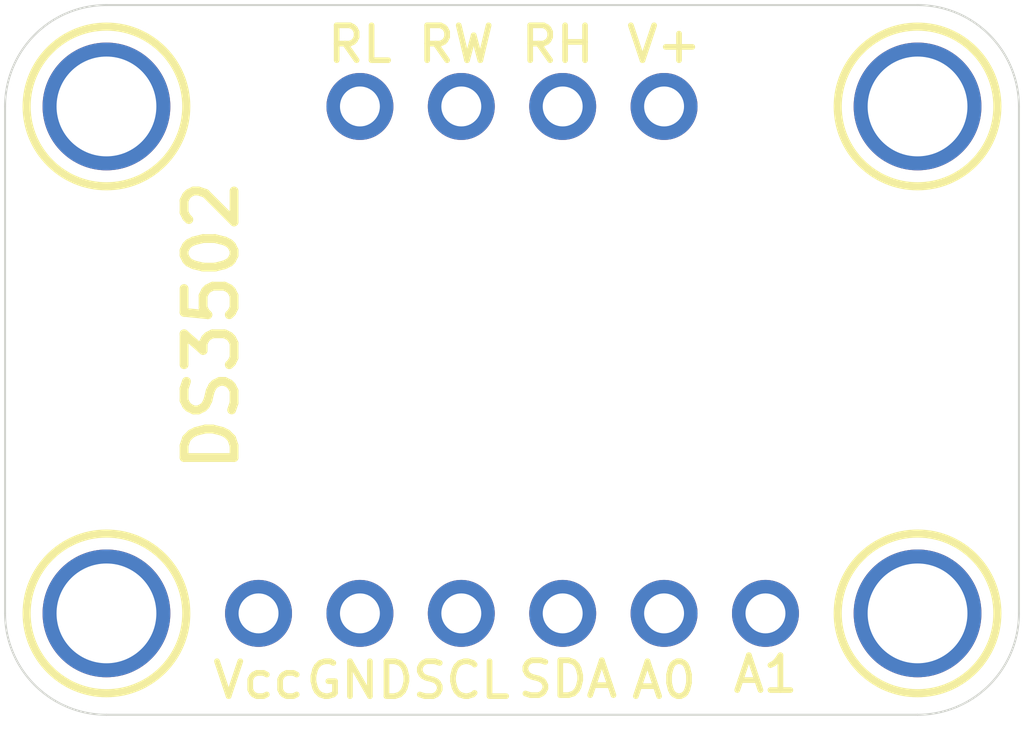
<source format=kicad_pcb>
(kicad_pcb (version 20240108) (generator "pcbnew") (generator_version "8.0")
  (layers (0 "F.Cu" signal) (31 "B.Cu" signal) (34 "B.Paste" user) (35 "F.Paste" user) (36 "B.SilkS" user "B.Silkscreen") (37 "F.SilkS" user "F.Silkscreen") (38 "B.Mask" user) (39 "F.Mask" user) (44 "Edge.Cuts" user))
  (net 0 "")
  (net 1 "V+")
  (net 2 "GND")
  (net 3 "SCL")
  (net 4 "SDA")
  (net 5 "VCC")
  (net 6 "A0")
  (net 7 "A1")
  (net 8 "RH")
  (net 9 "RW")
  (net 10 "RL")
  (footprint "MOUNTINGHOLE_2.5_PLATED" (layer "F.Cu") (at 158.6611 111.3536)
    (property "Reference" "U$7" (hide yes))
    (property "Value" "MOUNTINGHOLE2.5" (hide yes))
    (fp_circle (center 0 0) (end 2 0) (stroke (width 0.2032)) (fill none) (layer "F.SilkS"))
    (pad "P$1" thru_hole circle (at 0 0) (size 3.2 3.2) (drill 2.5) (layers "*.Cu" "*.Mask"))
  )
  (footprint "MOUNTINGHOLE_2.5_PLATED" (layer "F.Cu") (at 138.3411 98.6536)
    (property "Reference" "U$2" (hide yes))
    (property "Value" "MOUNTINGHOLE2.5" (hide yes))
    (fp_circle (center 0 0) (end 2 0) (stroke (width 0.2032)) (fill none) (layer "F.SilkS"))
    (pad "P$1" thru_hole circle (at 0 0) (size 3.2 3.2) (drill 2.5) (layers "*.Cu" "*.Mask"))
  )
  (footprint "1X06_ROUND" (layer "F.Cu") (at 148.5011 111.3536)
    (property "Reference" "JP2" (hide yes))
    (property "Value" "")
    (pad "5" thru_hole circle (at -6.35 0 90) (size 1.6764 1.6764) (drill 1) (layers "*.Cu" "*.Mask") (net 5 "VCC"))
    (pad "6" thru_hole circle (at -3.81 0 90) (size 1.6764 1.6764) (drill 1) (layers "*.Cu" "*.Mask") (net 2 "GND"))
    (pad "7" thru_hole circle (at -1.27 0 90) (size 1.6764 1.6764) (drill 1) (layers "*.Cu" "*.Mask") (net 3 "SCL"))
    (pad "8" thru_hole circle (at 1.27 0 90) (size 1.6764 1.6764) (drill 1) (layers "*.Cu" "*.Mask") (net 4 "SDA"))
    (pad "9" thru_hole circle (at 3.81 0 90) (size 1.6764 1.6764) (drill 1) (layers "*.Cu" "*.Mask") (net 6 "A0"))
    (pad "10" thru_hole circle (at 6.35 0 90) (size 1.6764 1.6764) (drill 1) (layers "*.Cu" "*.Mask") (net 7 "A1"))
  )
  (footprint "MOUNTINGHOLE_2.5_PLATED" (layer "F.Cu") (at 158.6611 98.6536)
    (property "Reference" "U$3" (hide yes))
    (property "Value" "MOUNTINGHOLE2.5" (hide yes))
    (fp_circle (center 0 0) (end 2 0) (stroke (width 0.2032)) (fill none) (layer "F.SilkS"))
    (pad "P$1" thru_hole circle (at 0 0) (size 3.2 3.2) (drill 2.5) (layers "*.Cu" "*.Mask"))
  )
  (footprint "MOUNTINGHOLE_2.5_PLATED" (layer "F.Cu") (at 138.3411 111.3536)
    (property "Reference" "U$6" (hide yes))
    (property "Value" "MOUNTINGHOLE2.5" (hide yes))
    (fp_circle (center 0 0) (end 2 0) (stroke (width 0.2032)) (fill none) (layer "F.SilkS"))
    (pad "P$1" thru_hole circle (at 0 0) (size 3.2 3.2) (drill 2.5) (layers "*.Cu" "*.Mask"))
  )
  (footprint "1X04_ROUND" (layer "F.Cu") (at 148.5011 98.6536)
    (property "Reference" "JP1" (hide yes))
    (property "Value" "" (hide yes))
    (pad "1" thru_hole circle (at -3.81 0 90) (size 1.6764 1.6764) (drill 1) (layers "*.Cu" "*.Mask") (net 10 "RL"))
    (pad "2" thru_hole circle (at -1.27 0 90) (size 1.6764 1.6764) (drill 1) (layers "*.Cu" "*.Mask") (net 9 "RW"))
    (pad "3" thru_hole circle (at 1.27 0 90) (size 1.6764 1.6764) (drill 1) (layers "*.Cu" "*.Mask") (net 8 "RH"))
    (pad "4" thru_hole circle (at 3.81 0 90) (size 1.6764 1.6764) (drill 1) (layers "*.Cu" "*.Mask") (net 1 "V+"))
  )
  (gr_line (start 161.2011 111.3536) (end 161.2011 98.6536) (stroke (width 0.05)) (layer "Edge.Cuts"))
  (gr_arc (start 135.8011 98.6536) (mid 136.545049 96.857549) (end 138.3411 96.1136) (stroke (width 0.05)) (layer "Edge.Cuts"))
  (gr_arc (start 158.6611 96.1136) (mid 160.457151 96.857549) (end 161.2011 98.6536) (stroke (width 0.05)) (layer "Edge.Cuts"))
  (gr_line (start 135.8011 98.6536) (end 135.8011 111.3536) (stroke (width 0.05)) (layer "Edge.Cuts"))
  (gr_line (start 158.6611 96.1136) (end 138.3411 96.1136) (stroke (width 0.05)) (layer "Edge.Cuts"))
  (gr_arc (start 138.3411 113.8936) (mid 136.545049 113.149651) (end 135.8011 111.3536) (stroke (width 0.05)) (layer "Edge.Cuts"))
  (gr_line (start 138.3411 113.8936) (end 158.6611 113.8936) (stroke (width 0.05)) (layer "Edge.Cuts"))
  (gr_arc (start 161.2011 111.3536) (mid 160.457151 113.149651) (end 158.6611 113.8936) (stroke (width 0.05)) (layer "Edge.Cuts"))
  (gr_text "GND" (at 144.6911 113.03 0) (layer "F.SilkS") (effects (font (size 0.87376 0.87376) (thickness 0.14224))))
  (gr_text "A0" (at 152.3111 113.03 0) (layer "F.SilkS") (effects (font (size 0.87376 0.87376) (thickness 0.14224))))
  (gr_text "DS3502" (at 140.97 104.14 90) (layer "F.SilkS") (effects (font (size 1.25222 1.25222) (thickness 0.22098))))
  (gr_text "RL" (at 144.6911 97.09785 0) (layer "F.SilkS") (effects (font (size 0.87376 0.87376) (thickness 0.14224))))
  (gr_text "Vcc" (at 142.1511 113.03 0) (layer "F.SilkS") (effects (font (size 0.87376 0.87376) (thickness 0.14224))))
  (gr_text "SDA" (at 149.8981 113.0046 0) (layer "F.SilkS") (effects (font (size 0.87376 0.87376) (thickness 0.14224))))
  (gr_text "A1" (at 154.8511 112.8776 0) (layer "F.SilkS") (effects (font (size 0.87376 0.87376) (thickness 0.14224))))
  (gr_text "RW" (at 147.1041 97.09785 0) (layer "F.SilkS") (effects (font (size 0.87376 0.87376) (thickness 0.14224))))
  (gr_text "V+" (at 152.3111 97.09785 0) (layer "F.SilkS") (effects (font (size 0.87376 0.87376) (thickness 0.14224))))
  (gr_text "RH" (at 149.6441 97.09785 0) (layer "F.SilkS") (effects (font (size 0.87376 0.87376) (thickness 0.14224))))
  (gr_text "SCL" (at 147.2311 113.03 0) (layer "F.SilkS") (effects (font (size 0.87376 0.87376) (thickness 0.14224))))
  (segment (start 154.8257 111.3282) (end 154.8511 111.3536) (width 0.254) (layer "B.Cu") (net 7))
  (segment (start 149.2631 98.6536) (end 149.7711 98.6536) (width 0.254) (layer "F.Cu") (net 8))
)
</source>
